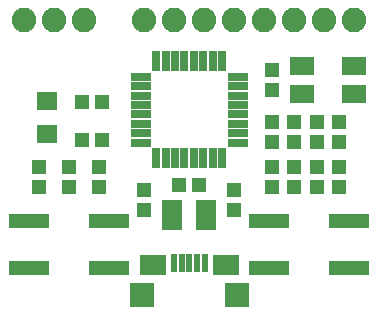
<source format=gbr>
G04 EAGLE Gerber RS-274X export*
G75*
%MOMM*%
%FSLAX34Y34*%
%LPD*%
%INSoldermask Top*%
%IPPOS*%
%AMOC8*
5,1,8,0,0,1.08239X$1,22.5*%
G01*
%ADD10R,2.003200X2.103200*%
%ADD11R,2.303200X1.803200*%
%ADD12R,0.603200X1.553200*%
%ADD13R,0.711200X1.676400*%
%ADD14R,1.676400X0.711200*%
%ADD15R,1.203200X1.303200*%
%ADD16R,1.303200X1.203200*%
%ADD17R,1.803200X1.603200*%
%ADD18C,2.082800*%
%ADD19R,3.403091X1.203197*%
%ADD20R,1.803200X2.603200*%
%ADD21R,2.103200X1.603200*%


D10*
X211450Y20850D03*
X131450Y20850D03*
D11*
X140450Y46350D03*
X202450Y46350D03*
D12*
X171450Y47600D03*
X177950Y47600D03*
X184450Y47600D03*
X164950Y47600D03*
X158450Y47600D03*
D13*
X199390Y218948D03*
X191516Y218948D03*
X183388Y218948D03*
X175514Y218948D03*
X167386Y218948D03*
X159512Y218948D03*
X151384Y218948D03*
X143510Y218948D03*
D14*
X130302Y205740D03*
X130302Y197866D03*
X130302Y189738D03*
X130302Y181864D03*
X130302Y173736D03*
X130302Y165862D03*
X130302Y157734D03*
X130302Y149860D03*
D13*
X143510Y136652D03*
X151384Y136652D03*
X159512Y136652D03*
X167386Y136652D03*
X175514Y136652D03*
X183388Y136652D03*
X191516Y136652D03*
X199390Y136652D03*
D14*
X212598Y149860D03*
X212598Y157734D03*
X212598Y165862D03*
X212598Y173736D03*
X212598Y181864D03*
X212598Y189738D03*
X212598Y197866D03*
X212598Y205740D03*
D15*
X69850Y112150D03*
X69850Y129150D03*
X95250Y129150D03*
X95250Y112150D03*
X279400Y112150D03*
X279400Y129150D03*
X298450Y129150D03*
X298450Y112150D03*
X260350Y167250D03*
X260350Y150250D03*
X241300Y112150D03*
X241300Y129150D03*
D16*
X162950Y114300D03*
X179950Y114300D03*
D15*
X44450Y112150D03*
X44450Y129150D03*
X260350Y112150D03*
X260350Y129150D03*
X279400Y167250D03*
X279400Y150250D03*
X298450Y167250D03*
X298450Y150250D03*
D16*
X80400Y152400D03*
X97400Y152400D03*
D15*
X133350Y93100D03*
X133350Y110100D03*
X209550Y93100D03*
X209550Y110100D03*
X241300Y211700D03*
X241300Y194700D03*
D16*
X97400Y184150D03*
X80400Y184150D03*
D15*
X241300Y167250D03*
X241300Y150250D03*
D17*
X50800Y157450D03*
X50800Y185450D03*
D18*
X57150Y254000D03*
X311150Y254000D03*
X285750Y254000D03*
X260350Y254000D03*
X234950Y254000D03*
X209550Y254000D03*
X184150Y254000D03*
X158750Y254000D03*
X133350Y254000D03*
X31750Y254000D03*
X82550Y254000D03*
D19*
X35850Y83500D03*
X35850Y43500D03*
X103850Y83500D03*
X103850Y43500D03*
X239050Y83500D03*
X239050Y43500D03*
X307050Y83500D03*
X307050Y43500D03*
D20*
X157200Y88900D03*
X185700Y88900D03*
D21*
X266925Y191200D03*
X310925Y191200D03*
X310925Y215200D03*
X266925Y215200D03*
M02*

</source>
